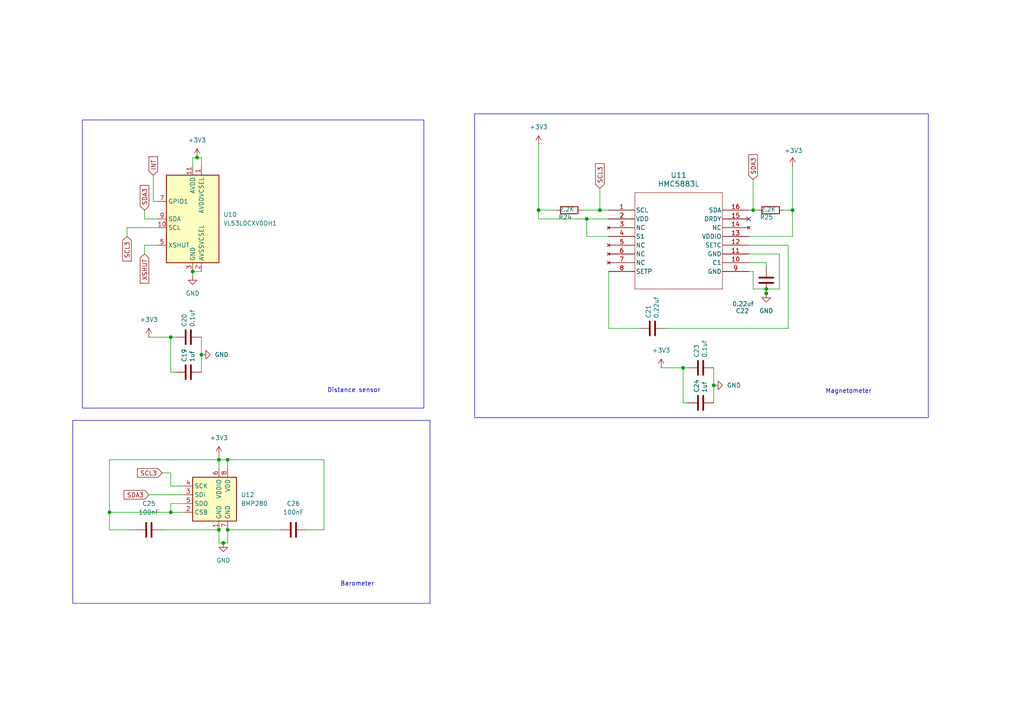
<source format=kicad_sch>
(kicad_sch (version 20231120) (generator "eeschema") (generator_version "8.0")
  (paper "A4")
  (lib_symbols
    (symbol "Device:C" (pin_numbers hide) (pin_names (offset 0.254))
      (property "Reference" "C" (at 0.635 2.54 0))
      (property "Value" "C" (at 0.635 -2.54 0))
      (symbol "C_0_1"
        (polyline (pts (xy -2.032 -0.762) (xy 2.032 -0.762)) (stroke (width 0.508)))
        (polyline (pts (xy -2.032 0.762) (xy 2.032 0.762)) (stroke (width 0.508)))
      )
      (symbol "C_1_1"
        (pin passive line (at 0 3.81 270) (length 2.794) (name "~") (number "1"))
        (pin passive line (at 0 -3.81 90) (length 2.794) (name "~") (number "2"))
      )
    )
    (symbol "Device:R" (pin_numbers hide) (pin_names (offset 0))
      (property "Reference" "R" (at 2.032 0 90))
      (property "Value" "R" (at 0 0 90))
      (symbol "R_0_1"
        (rectangle (start -1.016 -2.54) (end 1.016 2.54) (stroke (width 0.254)))
      )
      (symbol "R_1_1"
        (pin passive line (at 0 3.81 270) (length 1.27) (name "~") (number "1"))
        (pin passive line (at 0 -3.81 90) (length 1.27) (name "~") (number "2"))
      )
    )
    (symbol "Sensor_Distance:VL53L0CXV0DH1"
      (property "Reference" "U" (at -6.35 13.97 0))
      (property "Value" "VL53L0CXV0DH1" (at 12.065 13.97 0))
      (symbol "VL53L0CXV0DH1_0_1"
        (rectangle (start -7.62 12.7) (end 7.62 -12.7) (stroke (width 0.254)) (fill (type background)))
      )
      (symbol "VL53L0CXV0DH1_1_1"
        (pin power_in line (at 2.54 15.24 270) (length 2.54) (name "AVDDVCSEL") (number "1"))
        (pin input line (at -10.16 -2.54 0) (length 2.54) (name "SCL") (number "10"))
        (pin power_in line (at 0 15.24 270) (length 2.54) (name "AVDD") (number "11"))
        (pin passive line (at 0 -15.24 90) (length 2.54) hide (name "GND") (number "12"))
        (pin power_in line (at 2.54 -15.24 90) (length 2.54) (name "AVSSVCSEL") (number "2"))
        (pin power_in line (at 0 -15.24 90) (length 2.54) (name "GND") (number "3"))
        (pin passive line (at 0 -15.24 90) (length 2.54) hide (name "GND") (number "4"))
        (pin input line (at -10.16 -7.62 0) (length 2.54) (name "XSHUT") (number "5"))
        (pin passive line (at 0 -15.24 90) (length 2.54) hide (name "GND") (number "6"))
        (pin open_collector line (at -10.16 5.08 0) (length 2.54) (name "GPIO1") (number "7"))
        (pin no_connect line (at -7.62 7.62 0) (length 2.54) hide (name "DNC") (number "8"))
        (pin bidirectional line (at -10.16 0 0) (length 2.54) (name "SDA") (number "9"))
      )
    )
    (symbol "Sensor_Pressure:BMP280"
      (property "Reference" "U" (at -7.62 10.16 0))
      (property "Value" "BMP280" (at 5.08 10.16 0))
      (symbol "BMP280_0_1"
        (rectangle (start -7.62 -5.08) (end 5.08 7.62) (stroke (width 0.254)) (fill (type background)))
      )
      (symbol "BMP280_1_1"
        (pin power_in line (at 0 -7.62 90) (length 2.54) (name "GND") (number "1"))
        (pin input line (at -10.16 -2.54 0) (length 2.54) (name "CSB") (number "2"))
        (pin bidirectional line (at -10.16 2.54 0) (length 2.54) (name "SDI") (number "3"))
        (pin input line (at -10.16 5.08 0) (length 2.54) (name "SCK") (number "4"))
        (pin bidirectional line (at -10.16 0 0) (length 2.54) (name "SDO") (number "5"))
        (pin power_in line (at 0 10.16 270) (length 2.54) (name "VDDIO") (number "6"))
        (pin power_in line (at 2.54 -7.62 90) (length 2.54) (name "GND") (number "7"))
        (pin power_in line (at 2.54 10.16 270) (length 2.54) (name "VDD") (number "8"))
      )
    )
    (symbol "magnetometer:HMC5883L" (pin_names (offset 0.254))
      (property "Reference" "U" (at 20.32 10.16 0))
      (property "Value" "HMC5883L" (at 20.32 7.62 0))
      (symbol "HMC5883L_0_1"
        (polyline (pts (xy 7.62 -22.86) (xy 33.02 -22.86)) (stroke (width 0.127)))
        (polyline (pts (xy 7.62 5.08) (xy 7.62 -22.86)) (stroke (width 0.127)))
        (polyline (pts (xy 33.02 -22.86) (xy 33.02 5.08)) (stroke (width 0.127)))
        (polyline (pts (xy 33.02 5.08) (xy 7.62 5.08)) (stroke (width 0.127)))
        (pin unspecified line (at 0 0 0) (length 7.62) (name "SCL") (number "1"))
        (pin unspecified line (at 40.64 -15.24 180) (length 7.62) (name "C1") (number "10"))
        (pin power_out line (at 40.64 -12.7 180) (length 7.62) (name "GND") (number "11"))
        (pin unspecified line (at 40.64 -10.16 180) (length 7.62) (name "SETC") (number "12"))
        (pin power_in line (at 40.64 -7.62 180) (length 7.62) (name "VDDIO") (number "13"))
        (pin no_connect line (at 40.64 -5.08 180) (length 7.62) (name "NC") (number "14"))
        (pin unspecified line (at 40.64 -2.54 180) (length 7.62) (name "DRDY") (number "15"))
        (pin unspecified line (at 40.64 0 180) (length 7.62) (name "SDA") (number "16"))
        (pin power_in line (at 0 -2.54 0) (length 7.62) (name "VDD") (number "2"))
        (pin no_connect line (at 0 -5.08 0) (length 7.62) (name "NC") (number "3"))
        (pin unspecified line (at 0 -7.62 0) (length 7.62) (name "S1") (number "4"))
        (pin no_connect line (at 0 -10.16 0) (length 7.62) (name "NC") (number "5"))
        (pin no_connect line (at 0 -12.7 0) (length 7.62) (name "NC") (number "6"))
        (pin no_connect line (at 0 -15.24 0) (length 7.62) (name "NC") (number "7"))
        (pin unspecified line (at 0 -17.78 0) (length 7.62) (name "SETP") (number "8"))
        (pin power_out line (at 40.64 -17.78 180) (length 7.62) (name "GND") (number "9"))
      )
    )
    (symbol "power:+3V3" (power) (pin_numbers hide) (pin_names (offset 0) hide)
      (property "Value" "+3V3" (at 0 3.556 0))
      (symbol "+3V3_0_1"
        (polyline (pts (xy -0.762 1.27) (xy 0 2.54)))
        (polyline (pts (xy 0 0) (xy 0 2.54)))
        (polyline (pts (xy 0 2.54) (xy 0.762 1.27)))
      )
      (symbol "+3V3_1_1"
        (pin power_in line (at 0 0 90) (length 0) (name "~") (number "1"))
      )
    )
    (symbol "power:GND" (power) (pin_numbers hide) (pin_names (offset 0) hide)
      (property "Value" "GND" (at 0 -3.81 0))
      (symbol "GND_0_1"
        (polyline (pts (xy 0 0) (xy 0 -1.27) (xy 1.27 -1.27) (xy 0 -2.54) (xy -1.27 -1.27) (xy 0 -1.27)))
      )
      (symbol "GND_1_1"
        (pin power_in line (at 0 0 270) (length 0) (name "~") (number "1"))
      )
    )
  )
  (junction (at 170.18 63.5))
  (junction (at 64.77 157.48))
  (junction (at 229.87 60.96))
  (junction (at 218.44 60.96))
  (junction (at 31.75 148.59))
  (junction (at 66.04 153.67))
  (junction (at 207.01 111.76))
  (junction (at 55.88 78.74))
  (junction (at 49.53 148.59))
  (junction (at 63.5 133.35))
  (junction (at 49.53 97.79))
  (junction (at 173.99 60.96))
  (junction (at 222.25 85.09))
  (junction (at 57.15 45.72))
  (junction (at 58.42 102.87))
  (junction (at 63.5 153.67))
  (junction (at 66.04 133.35))
  (junction (at 222.25 83.82))
  (junction (at 198.12 106.68))
  (junction (at 156.21 60.96))
  (no_connect (at 217.17 63.5))
  (wire (pts (xy 49.53 146.05) (xy 49.53 148.59)))
  (wire (pts (xy 218.44 60.96) (xy 219.71 60.96)))
  (wire (pts (xy 58.42 48.26) (xy 58.42 45.72)))
  (wire (pts (xy 31.75 133.35) (xy 31.75 148.59)))
  (wire (pts (xy 176.53 68.58) (xy 170.18 68.58)))
  (wire (pts (xy 41.91 63.5) (xy 45.72 63.5)))
  (wire (pts (xy 46.99 153.67) (xy 63.5 153.67)))
  (wire (pts (xy 63.5 133.35) (xy 66.04 133.35)))
  (wire (pts (xy 44.45 50.8) (xy 44.45 58.42)))
  (wire (pts (xy 173.99 54.61) (xy 173.99 60.96)))
  (wire (pts (xy 57.15 45.72) (xy 58.42 45.72)))
  (wire (pts (xy 49.53 97.79) (xy 49.53 107.95)))
  (wire (pts (xy 218.44 78.74) (xy 218.44 83.82)))
  (wire (pts (xy 228.6 71.12) (xy 228.6 95.25)))
  (wire (pts (xy 55.88 78.74) (xy 58.42 78.74)))
  (wire (pts (xy 198.12 106.68) (xy 199.39 106.68)))
  (wire (pts (xy 55.88 45.72) (xy 57.15 45.72)))
  (wire (pts (xy 176.53 63.5) (xy 170.18 63.5)))
  (wire (pts (xy 66.04 157.48) (xy 64.77 157.48)))
  (wire (pts (xy 36.83 66.04) (xy 36.83 68.58)))
  (wire (pts (xy 36.83 66.04) (xy 45.72 66.04)))
  (wire (pts (xy 176.53 78.74) (xy 176.53 95.25)))
  (wire (pts (xy 49.53 148.59) (xy 53.34 148.59)))
  (wire (pts (xy 156.21 60.96) (xy 156.21 63.5)))
  (wire (pts (xy 207.01 106.68) (xy 207.01 111.76)))
  (wire (pts (xy 217.17 76.2) (xy 222.25 76.2)))
  (wire (pts (xy 198.12 106.68) (xy 198.12 116.84)))
  (wire (pts (xy 43.18 143.51) (xy 53.34 143.51)))
  (wire (pts (xy 46.99 137.16) (xy 49.53 137.16)))
  (wire (pts (xy 49.53 137.16) (xy 49.53 140.97)))
  (wire (pts (xy 170.18 63.5) (xy 170.18 68.58)))
  (wire (pts (xy 41.91 71.12) (xy 41.91 73.66)))
  (wire (pts (xy 156.21 60.96) (xy 161.29 60.96)))
  (wire (pts (xy 207.01 111.76) (xy 207.01 116.84)))
  (wire (pts (xy 193.04 95.25) (xy 228.6 95.25)))
  (wire (pts (xy 55.88 48.26) (xy 55.88 45.72)))
  (wire (pts (xy 63.5 133.35) (xy 63.5 135.89)))
  (wire (pts (xy 63.5 157.48) (xy 64.77 157.48)))
  (wire (pts (xy 93.98 153.67) (xy 93.98 133.35)))
  (wire (pts (xy 31.75 148.59) (xy 49.53 148.59)))
  (wire (pts (xy 49.53 107.95) (xy 50.8 107.95)))
  (wire (pts (xy 53.34 146.05) (xy 49.53 146.05)))
  (wire (pts (xy 45.72 58.42) (xy 44.45 58.42)))
  (wire (pts (xy 217.17 78.74) (xy 218.44 78.74)))
  (wire (pts (xy 49.53 140.97) (xy 53.34 140.97)))
  (wire (pts (xy 31.75 153.67) (xy 39.37 153.67)))
  (wire (pts (xy 218.44 52.07) (xy 218.44 60.96)))
  (wire (pts (xy 173.99 60.96) (xy 176.53 60.96)))
  (wire (pts (xy 218.44 83.82) (xy 222.25 83.82)))
  (wire (pts (xy 41.91 60.96) (xy 41.91 63.5)))
  (wire (pts (xy 66.04 133.35) (xy 93.98 133.35)))
  (wire (pts (xy 63.5 153.67) (xy 63.5 157.48)))
  (wire (pts (xy 66.04 153.67) (xy 66.04 157.48)))
  (wire (pts (xy 217.17 71.12) (xy 228.6 71.12)))
  (wire (pts (xy 55.88 78.74) (xy 55.88 80.01)))
  (wire (pts (xy 222.25 83.82) (xy 226.06 83.82)))
  (wire (pts (xy 63.5 133.35) (xy 31.75 133.35)))
  (wire (pts (xy 49.53 97.79) (xy 50.8 97.79)))
  (wire (pts (xy 88.9 153.67) (xy 93.98 153.67)))
  (wire (pts (xy 217.17 60.96) (xy 218.44 60.96)))
  (wire (pts (xy 45.72 71.12) (xy 41.91 71.12)))
  (wire (pts (xy 198.12 116.84) (xy 199.39 116.84)))
  (wire (pts (xy 58.42 97.79) (xy 58.42 102.87)))
  (wire (pts (xy 156.21 41.91) (xy 156.21 60.96)))
  (wire (pts (xy 227.33 60.96) (xy 229.87 60.96)))
  (wire (pts (xy 58.42 102.87) (xy 58.42 107.95)))
  (wire (pts (xy 43.18 97.79) (xy 49.53 97.79)))
  (wire (pts (xy 217.17 73.66) (xy 226.06 73.66)))
  (wire (pts (xy 66.04 133.35) (xy 66.04 135.89)))
  (wire (pts (xy 176.53 95.25) (xy 185.42 95.25)))
  (wire (pts (xy 226.06 73.66) (xy 226.06 83.82)))
  (wire (pts (xy 168.91 60.96) (xy 173.99 60.96)))
  (wire (pts (xy 170.18 63.5) (xy 156.21 63.5)))
  (wire (pts (xy 229.87 68.58) (xy 217.17 68.58)))
  (wire (pts (xy 31.75 148.59) (xy 31.75 153.67)))
  (wire (pts (xy 63.5 132.08) (xy 63.5 133.35)))
  (wire (pts (xy 229.87 60.96) (xy 229.87 68.58)))
  (wire (pts (xy 222.25 76.2) (xy 222.25 77.47)))
  (wire (pts (xy 191.77 106.68) (xy 198.12 106.68)))
  (wire (pts (xy 66.04 153.67) (xy 81.28 153.67)))
  (wire (pts (xy 229.87 48.26) (xy 229.87 60.96)))
  (wire (pts (xy 222.25 83.82) (xy 222.25 85.09)))
  (rectangle (start 23.876 34.798) (end 122.936 118.364))
  (rectangle (start 137.668 33.02) (end 269.24 121.158))
  (rectangle (start 21.082 121.92) (end 124.714 175.006))
  (text "Magnetometer" (at 246.126 113.538 0) (effects (font (size 1.27 1.27))))
  (text "Distance sensor " (at 103.124 113.284 0) (effects (font (size 1.27 1.27))))
  (text "Barometer" (at 103.632 169.418 0) (effects (font (size 1.27 1.27))))
  (global_label "SDA3" (shape input) (at 41.91 60.96 90) (property "Intersheetrefs" "${INTERSHEET_REFS}" (effects (hide yes))))
  (global_label "SCL3" (shape input) (at 36.83 68.58 270) (property "Intersheetrefs" "${INTERSHEET_REFS}" (effects (hide yes))))
  (global_label "XSHUT" (shape input) (at 41.91 73.66 270) (property "Intersheetrefs" "${INTERSHEET_REFS}" (effects (hide yes))))
  (global_label "SCL3" (shape input) (at 46.99 137.16 180) (property "Intersheetrefs" "${INTERSHEET_REFS}" (effects (hide yes))))
  (global_label "SDA3" (shape input) (at 218.44 52.07 90) (property "Intersheetrefs" "${INTERSHEET_REFS}" (effects (hide yes))))
  (global_label "INT" (shape input) (at 44.45 50.8 90) (property "Intersheetrefs" "${INTERSHEET_REFS}" (effects (hide yes))))
  (global_label "SDA3" (shape input) (at 43.18 143.51 180) (property "Intersheetrefs" "${INTERSHEET_REFS}" (effects (hide yes))))
  (global_label "SCL3" (shape input) (at 173.99 54.61 90) (property "Intersheetrefs" "${INTERSHEET_REFS}" (effects (hide yes))))
  (symbol (lib_id "power:+3V3") (at 57.15 45.72 0) (unit 1)
    (property "Reference" "#PWR060" (effects (hide yes)))
    (property "Value" "+3V3" (at 57.15 40.64 0))
    (property "Description" "Power symbol creates a global label with name \"+3V3\"" (effects (hide yes)))
  )
  (symbol (lib_id "Device:C") (at 43.18 153.67 90) (unit 1)
    (property "Reference" "C25" (at 43.18 146.05 90))
    (property "Value" "100nF" (at 43.18 148.59 90))
    (property "Footprint" "Capacitor_SMD:C_0603_1608Metric" (effects (hide yes)))
    (property "Description" "Unpolarized capacitor" (effects (hide yes)))
  )
  (symbol (lib_id "Device:C") (at 203.2 116.84 90) (unit 1)
    (property "Reference" "C24" (at 202.0316 113.919 0) (effects (justify left)))
    (property "Value" "1uf" (at 204.343 113.919 0) (effects (justify left)))
    (property "Footprint" "Capacitor_SMD:C_0603_1608Metric" (effects (hide yes)))
  )
  (symbol (lib_id "Device:C") (at 189.23 95.25 90) (unit 1)
    (property "Reference" "C21" (at 188.0616 92.329 0) (effects (justify left)))
    (property "Value" "0.22uf" (at 190.373 92.329 0) (effects (justify left)))
    (property "Footprint" "Capacitor_SMD:C_0603_1608Metric" (effects (hide yes)))
  )
  (symbol (lib_id "power:GND") (at 64.77 157.48 0) (unit 1)
    (property "Reference" "#PWR08" (effects (hide yes)))
    (property "Value" "GND" (at 64.77 162.56 0))
    (property "Description" "Power symbol creates a global label with name \"GND\" , ground" (effects (hide yes)))
  )
  (symbol (lib_id "power:GND") (at 58.42 102.87 90) (unit 1)
    (property "Reference" "#PWR062" (effects (hide yes)))
    (property "Value" "GND" (at 62.23 102.8699 90) (effects (justify right)))
    (property "Description" "Power symbol creates a global label with name \"GND\" , ground" (effects (hide yes)))
  )
  (symbol (lib_id "power:GND") (at 222.25 85.09 0) (unit 1)
    (property "Reference" "#PWR064" (effects (hide yes)))
    (property "Value" "GND" (at 222.25 90.17 0))
    (property "Description" "Power symbol creates a global label with name \"GND\" , ground" (effects (hide yes)))
  )
  (symbol (lib_id "power:+3V3") (at 229.87 48.26 0) (unit 1)
    (property "Reference" "#PWR065" (effects (hide yes)))
    (property "Value" "+3V3" (at 230.124 43.688 0))
    (property "Description" "Power symbol creates a global label with name \"+3V3\"" (effects (hide yes)))
  )
  (symbol (lib_id "power:GND") (at 55.88 80.01 0) (unit 1)
    (property "Reference" "#PWR09" (effects (hide yes)))
    (property "Value" "GND" (at 55.88 85.09 0))
    (property "Description" "Power symbol creates a global label with name \"GND\" , ground" (effects (hide yes)))
  )
  (symbol (lib_id "power:+3V3") (at 63.5 132.08 0) (unit 1)
    (property "Reference" "#PWR069" (effects (hide yes)))
    (property "Value" "+3V3" (at 63.5 127 0))
    (property "Description" "Power symbol creates a global label with name \"+3V3\"" (effects (hide yes)))
  )
  (symbol (lib_id "power:+3V3") (at 156.21 41.91 0) (unit 1)
    (property "Reference" "#PWR063" (effects (hide yes)))
    (property "Value" "+3V3" (at 156.21 36.83 0))
    (property "Description" "Power symbol creates a global label with name \"+3V3\"" (effects (hide yes)))
  )
  (symbol (lib_id "Device:C") (at 222.25 81.28 0) (unit 1)
    (property "Reference" "C22" (at 213.36 90.17 0) (effects (justify left)))
    (property "Value" "0.22uf" (at 212.344 88.138 0) (effects (justify left)))
    (property "Footprint" "Capacitor_SMD:C_0603_1608Metric" (effects (hide yes)))
  )
  (symbol (lib_id "Device:C") (at 54.61 97.79 90) (unit 1)
    (property "Reference" "C20" (at 53.4416 94.869 0) (effects (justify left)))
    (property "Value" "0.1uf" (at 55.753 94.869 0) (effects (justify left)))
    (property "Footprint" "Capacitor_SMD:C_0603_1608Metric" (effects (hide yes)))
  )
  (symbol (lib_id "Device:R") (at 165.1 60.96 90) (mirror x) (unit 1)
    (property "Reference" "R24" (at 165.862 62.992 90) (effects (justify left)))
    (property "Value" "2.2K" (at 166.624 60.706 90) (effects (justify left)))
    (property "Footprint" "Resistor_SMD:R_0603_1608Metric" (effects (hide yes)))
  )
  (symbol (lib_id "power:+3V3") (at 191.77 106.68 0) (unit 1)
    (property "Reference" "#PWR066" (effects (hide yes)))
    (property "Value" "+3V3" (at 191.77 101.6 0))
    (property "Description" "Power symbol creates a global label with name \"+3V3\"" (effects (hide yes)))
  )
  (symbol (lib_id "Device:R") (at 223.52 60.96 90) (mirror x) (unit 1)
    (property "Reference" "R25" (at 224.282 62.992 90) (effects (justify left)))
    (property "Value" "2.2K" (at 225.044 60.706 90) (effects (justify left)))
    (property "Footprint" "Resistor_SMD:R_0603_1608Metric" (effects (hide yes)))
  )
  (symbol (lib_id "Device:C") (at 85.09 153.67 90) (unit 1)
    (property "Reference" "C26" (at 85.09 146.05 90))
    (property "Value" "100nF" (at 85.09 148.59 90))
    (property "Footprint" "Capacitor_SMD:C_0603_1608Metric" (effects (hide yes)))
    (property "Description" "Unpolarized capacitor" (effects (hide yes)))
  )
  (symbol (lib_id "power:+3V3") (at 43.18 97.79 0) (unit 1)
    (property "Reference" "#PWR061" (effects (hide yes)))
    (property "Value" "+3V3" (at 43.18 92.71 0))
    (property "Description" "Power symbol creates a global label with name \"+3V3\"" (effects (hide yes)))
  )
  (symbol (lib_id "Sensor_Pressure:BMP280") (at 63.5 146.05 0) (unit 1)
    (property "Reference" "U12" (at 69.85 143.5099 0) (effects (justify left)))
    (property "Value" "BMP280" (at 69.85 146.0499 0) (effects (justify left)))
    (property "Footprint" "Package_LGA:Bosch_LGA-8_2x2.5mm_P0.65mm_ClockwisePinNumbering" (effects (hide yes)))
    (property "Datasheet" "https://ae-bst.resource.bosch.com/media/_tech/media/datasheets/BST-BMP280-DS001.pdf" (effects (hide yes)))
    (property "Description" "Absolute Barometric Pressure Sensor, LGA-8" (effects (hide yes)))
  )
  (symbol (lib_id "Device:C") (at 54.61 107.95 90) (unit 1)
    (property "Reference" "C19" (at 53.4416 105.029 0) (effects (justify left)))
    (property "Value" "1uf" (at 55.753 105.029 0) (effects (justify left)))
    (property "Footprint" "Capacitor_SMD:C_0603_1608Metric" (effects (hide yes)))
  )
  (symbol (lib_id "Sensor_Distance:VL53L0CXV0DH1") (at 55.88 63.5 0) (unit 1)
    (property "Reference" "U10" (at 64.77 62.2299 0) (effects (justify left)))
    (property "Value" "VL53L0CXV0DH1" (at 64.77 64.7699 0) (effects (justify left)))
    (property "Footprint" "Sensor_Distance:ST_VL53L1x" (effects (hide yes)))
    (property "Datasheet" "https://www.st.com/resource/en/datasheet/vl53l0x.pdf" (effects (hide yes)))
    (property "Description" "2m distance ranging ToF sensor, Optical LGA12" (effects (hide yes)))
  )
  (symbol (lib_id "power:GND") (at 207.01 111.76 90) (unit 1)
    (property "Reference" "#PWR067" (effects (hide yes)))
    (property "Value" "GND" (at 210.82 111.7599 90) (effects (justify right)))
    (property "Description" "Power symbol creates a global label with name \"GND\" , ground" (effects (hide yes)))
  )
  (symbol (lib_id "Device:C") (at 203.2 106.68 90) (unit 1)
    (property "Reference" "C23" (at 202.0316 103.759 0) (effects (justify left)))
    (property "Value" "0.1uf" (at 204.343 103.759 0) (effects (justify left)))
    (property "Footprint" "Capacitor_SMD:C_0603_1608Metric" (effects (hide yes)))
  )
  (symbol (lib_id "magnetometer:HMC5883L") (at 176.53 60.96 0) (unit 1)
    (property "Reference" "U11" (at 196.85 50.8 0) (effects (font (size 1.524 1.524))))
    (property "Value" "HMC5883L" (at 196.85 53.34 0) (effects (font (size 1.524 1.524))))
    (property "Footprint" "magnetometer:LPCC16_HNW" (effects (hide yes)))
    (property "Datasheet" "HMC5883L" (effects (hide yes)))
  )
)
</source>
